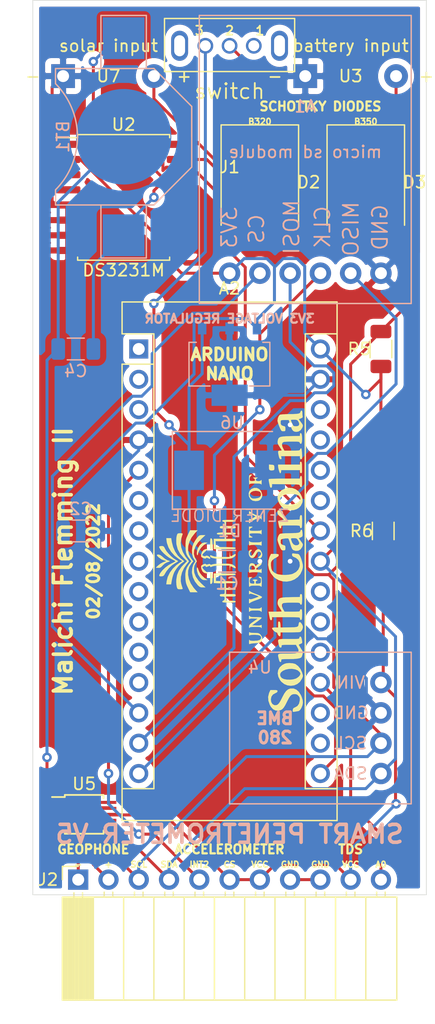
<source format=kicad_pcb>
(kicad_pcb (version 20171130) (host pcbnew "(5.1.10)-1")
  (layers (0 F.Cu signal) (31 B.Cu signal) (34 B.Paste user) (35 F.Paste user) (36 B.SilkS user) (37 F.SilkS user) (38 B.Mask user) (39 F.Mask user) (44 Edge.Cuts user))
  (net 0 "")
  (net 1 "Net-(A1-Pad4)")
  (net 2 "Net-(A1-Pad5)")
  (net 3 "Net-(A1-Pad1)")
  (net 4 "Net-(A1-Pad3)")
  (net 5 GND)
  (net 6 "Net-(A1-Pad2)")
  (net 7 "Net-(A2-Pad28)")
  (net 8 "Net-(A2-Pad12)")
  (net 9 "Net-(A2-Pad27)")
  (net 10 "Net-(A2-Pad11)")
  (net 11 "Net-(A2-Pad26)")
  (net 12 "Net-(A2-Pad10)")
  (net 13 "Net-(A2-Pad25)")
  (net 14 "Net-(A2-Pad9)")
  (net 15 "Net-(A2-Pad24)")
  (net 16 "Net-(A2-Pad8)")
  (net 17 "Net-(A2-Pad23)")
  (net 18 "Net-(A2-Pad7)")
  (net 19 "Net-(A2-Pad22)")
  (net 20 "Net-(A2-Pad6)")
  (net 21 "Net-(A2-Pad21)")
  (net 22 "Net-(A2-Pad5)")
  (net 23 "Net-(A2-Pad20)")
  (net 24 "Net-(A2-Pad19)")
  (net 25 "Net-(A2-Pad3)")
  (net 26 "Net-(A2-Pad18)")
  (net 27 "Net-(A2-Pad2)")
  (net 28 "Net-(A2-Pad17)")
  (net 29 "Net-(A2-Pad1)")
  (net 30 GNDREF)
  (net 31 "Net-(C1-Pad1)")
  (net 32 "Net-(BT1-Pad1)")
  (net 33 GNDS)
  (net 34 VCC)
  (net 35 "Net-(D2-Pad1)")
  (net 36 "Net-(J2-Pad2)")
  (net 37 "Net-(J2-Pad1)")
  (net 38 "Net-(U2-Pad4)")
  (net 39 "Net-(U2-Pad3)")
  (net 40 "Net-(U2-Pad1)")
  (net 41 "Net-(U5-Pad7)")
  (net 42 "Net-(U5-Pad6)")
  (net 43 "Net-(U5-Pad2)")
  (net 44 "Net-(U5-Pad1)")
  (net 45 "Net-(J1-Pad1)")
  (module Connector_PinSocket_2.54mm:PinSocket_1x11_P2.54mm_Horizontal (layer F.Cu) (at 113.03 148.59 90)
    (fp_text reference J2 (at 0 -2.54 180) (layer F.SilkS))
    (fp_text value Conn_01x11_Female)
    (pad 11 thru_hole oval (at 0 25.4 90) (size 1.7 1.7) (drill 1) (layers *.Cu *.Mask) (net 24 "Net-(A2-Pad19)"))
    (pad 10 thru_hole oval (at 0 22.86 90) (size 1.7 1.7) (drill 1) (layers *.Cu *.Mask) (net 3 "Net-(A1-Pad1)"))
    (pad 9 thru_hole oval (at 0 20.32 90) (size 1.7 1.7) (drill 1) (layers *.Cu *.Mask) (net 30 GNDREF))
    (pad 8 thru_hole oval (at 0 17.78 90) (size 1.7 1.7) (drill 1) (layers *.Cu *.Mask) (net 30 GNDREF))
    (pad 7 thru_hole oval (at 0 15.24 90) (size 1.7 1.7) (drill 1) (layers *.Cu *.Mask) (net 3 "Net-(A1-Pad1)"))
    (pad 6 thru_hole oval (at 0 12.7 90) (size 1.7 1.7) (drill 1) (layers *.Cu *.Mask) (net 3 "Net-(A1-Pad1)"))
    (pad 5 thru_hole oval (at 0 10.16 90) (size 1.7 1.7) (drill 1) (layers *.Cu *.Mask) (net 22 "Net-(A2-Pad5)"))
    (pad 4 thru_hole oval (at 0 7.62 90) (size 1.7 1.7) (drill 1) (layers *.Cu *.Mask) (net 17 "Net-(A2-Pad23)"))
    (pad 3 thru_hole oval (at 0 5.08 90) (size 1.7 1.7) (drill 1) (layers *.Cu *.Mask) (net 15 "Net-(A2-Pad24)"))
    (pad 2 thru_hole oval (at 0 2.54 90) (size 1.7 1.7) (drill 1) (layers *.Cu *.Mask) (net 36 "Net-(J2-Pad2)"))
    (pad 1 thru_hole rect (at 0 0 90) (size 1.7 1.7) (drill 1) (layers *.Cu *.Mask) (net 37 "Net-(J2-Pad1)"))
  )
  (module kitest:Battery_Input (layer F.Cu) (at 115.57 80.01)
    (fp_text reference U7 (at 0 1.27) (layer F.SilkS))
    (fp_text value Solar_Input)
    (fp_text user "solar input" (at 0 -1.27) (layer F.SilkS))
    (fp_text user - (at -6.35 1.27) (layer F.SilkS))
    (fp_text user + (at 6.35 1.27) (layer F.SilkS))
    (pad 2 thru_hole rect (at -3.81 1.27) (size 2 2) (drill 1) (layers *.Cu *.Mask) (net 5 GND))
    (pad 1 thru_hole circle (at 3.81 1.27) (size 2 2) (drill 1) (layers *.Cu *.Mask) (net 34 VCC))
  )
  (module kitest:TDS_module (layer B.Cu) (at 133.35 135.89)
    (fp_text reference U4 (at -5.08 -5.08) (layer B.SilkS) (effects (justify mirror)))
    (fp_text value 4023)
    (fp_text user VIN (at 2.54 -3.81) (layer B.SilkS) (effects (justify mirror)))
    (fp_text user GND (at 2.54 -1.27) (layer B.SilkS) (effects (justify mirror)))
    (fp_text user SCL (at 2.54 1.27) (layer B.SilkS) (effects (justify mirror)))
    (fp_text user SDA (at 2.54 3.81) (layer B.SilkS) (effects (justify mirror)))
    (pad 13 thru_hole circle (at 5.08 -3.81) (size 1.8 1.8) (drill 1) (layers *.Cu *.Mask) (net 3 "Net-(A1-Pad1)"))
    (pad 10 thru_hole circle (at 5.08 -1.27) (size 1.8 1.8) (drill 1) (layers *.Cu *.Mask) (net 5 GND))
    (pad 11 thru_hole circle (at 5.08 1.27) (size 1.8 1.8) (drill 1) (layers *.Cu *.Mask) (net 15 "Net-(A2-Pad24)"))
    (pad 12 thru_hole circle (at 5.08 3.81) (size 1.8 1.8) (drill 1) (layers *.Cu *.Mask) (net 17 "Net-(A2-Pad23)"))
  )
  (module kitest:Battery_Input (layer F.Cu) (at 135.89 80.01)
    (fp_text reference U3 (at 0 1.27) (layer F.SilkS))
    (fp_text value Battery_Input)
    (fp_text user "battery input" (at 0 -1.27) (layer F.SilkS))
    (fp_text user - (at -6.35 1.27) (layer F.SilkS))
    (fp_text user + (at 6.35 1.27) (layer F.SilkS))
    (pad 2 thru_hole rect (at -3.81 1.27) (size 2 2) (drill 1) (layers *.Cu *.Mask) (net 5 GND))
    (pad 1 thru_hole circle (at 3.81 1.27) (size 2 2) (drill 1) (layers *.Cu *.Mask) (net 34 VCC))
  )
  (module kitest:uofsc_logo_1in (layer F.Cu) (at 125.73 121.92 90)
    (fp_text reference U1 hide)
    (fp_text value 4001 hide)
  )
  (module kitest:grounded_switch (layer F.Cu) (at 125.73 83.82 180)
    (fp_text reference J1 (at 0 -5.08) (layer F.SilkS))
    (fp_text value XLR3_Switched)
    (fp_text user switch (at 0 1.27) (layer F.SilkS) (effects (font (size 1.27 1.27))))
    (fp_text user 3 (at 2.54 6.35) (layer F.SilkS) (effects (font (size 0.75 0.75))))
    (fp_text user 2 (at 0 6.35) (layer F.SilkS) (effects (font (size 0.75 0.75))))
    (fp_text user 1 (at -2.54 6.35) (layer F.SilkS) (effects (font (size 0.75 0.75))))
    (pad 5 thru_hole oval (at 4.191 5.08 270) (size 2.524 1.424) (drill oval 1.76 0.914) (layers *.Cu *.Mask))
    (pad 4 thru_hole oval (at -4.191 5.08 270) (size 2.524 1.424) (drill oval 1.76 0.914) (layers *.Cu *.Mask))
    (pad 3 thru_hole circle (at 2.032 5.08 180) (size 1.324 1.324) (drill 0.914) (layers *.Cu *.Mask) (net 31 "Net-(C1-Pad1)"))
    (pad 2 thru_hole circle (at 0 5.08 180) (size 1.324 1.324) (drill 0.914) (layers *.Cu *.Mask) (net 35 "Net-(D2-Pad1)"))
    (pad 1 thru_hole circle (at -2.032 5.08 180) (size 1.324 1.324) (drill 0.914) (layers *.Cu *.Mask) (net 45 "Net-(J1-Pad1)"))
  )
  (module kitest:battery_holder_10mm (layer B.Cu) (at 116.84 86.36 270)
    (fp_text reference BT1 (at 0 5.08 270) (layer B.SilkS) (effects (justify mirror)))
    (fp_text value Battery_Cell)
    (pad 2 smd circle (at 0 0) (size 8 8) (layers B.Cu B.Mask) (net 33 GNDS))
    (pad 1 smd rect (at -8.255 0) (size 3.5 3.5) (layers B.Cu B.Mask) (net 32 "Net-(BT1-Pad1)"))
    (pad 1 smd rect (at 8.255 0) (size 3.5 3.5) (layers B.Cu B.Mask) (net 32 "Net-(BT1-Pad1)"))
  )
  (module "kitest:SD Module" (layer B.Cu) (at 142.24 86.36 270)
    (fp_text reference A1 (at -2.54 10.16) (layer B.SilkS) (effects (justify mirror)))
    (fp_text value SD_Card_Module)
    (fp_text user "micro sd module" (at 1.27 10.16) (layer B.SilkS) (effects (justify mirror)))
    (fp_text user 3V3 (at 7.5946 16.5354 270) (layer B.SilkS) (effects (font (size 1.27 1.27)) (justify mirror)))
    (fp_text user CS (at 7.7216 14.2494 270) (layer B.SilkS) (effects (font (size 1.27 1.27)) (justify mirror)))
    (fp_text user MOSI (at 7.5692 11.303 270) (layer B.SilkS) (effects (font (size 1.27 1.27)) (justify mirror)))
    (fp_text user CLK (at 7.5692 8.7122 270) (layer B.SilkS) (effects (font (size 1.27 1.27)) (justify mirror)))
    (fp_text user MISO (at 7.7216 6.3246 270) (layer B.SilkS) (effects (font (size 1.27 1.27)) (justify mirror)))
    (fp_text user GND (at 7.5946 3.8862 270) (layer B.SilkS) (effects (font (size 1.27 1.27)) (justify mirror)))
    (pad 6 thru_hole circle (at 11.43 3.81 270) (size 1.8 1.8) (drill 1) (layers *.Cu *.Mask) (net 5 GND))
    (pad 5 thru_hole circle (at 11.43 6.35 270) (size 1.8 1.8) (drill 1) (layers *.Cu *.Mask) (net 2 "Net-(A1-Pad5)"))
    (pad 4 thru_hole circle (at 11.43 8.89 270) (size 1.8 1.8) (drill 1) (layers *.Cu *.Mask) (net 1 "Net-(A1-Pad4)"))
    (pad 3 thru_hole circle (at 11.43 11.43 270) (size 1.8 1.8) (drill 1) (layers *.Cu *.Mask) (net 4 "Net-(A1-Pad3)"))
    (pad 2 thru_hole circle (at 11.43 13.97 270) (size 1.8 1.8) (drill 1) (layers *.Cu *.Mask) (net 6 "Net-(A1-Pad2)"))
    (pad 1 thru_hole circle (at 11.43 16.51 270) (size 1.8 1.8) (drill 1) (layers *.Cu *.Mask) (net 3 "Net-(A1-Pad1)"))
  )
  (module "smart penetrometer footprints:BD433M2FP3_CE2" (layer B.Cu) (at 125.73 105.41)
    (fp_text reference U6 (at 0.2032 4.9022) (layer B.SilkS) (effects (justify mirror)))
    (fp_text value 3v3_Voltage_Regulator)
    (pad 4 smd rect (at 0 2.605) (size 3.025 1.78) (layers B.Cu B.Paste B.Mask) (net 5 GND))
    (pad 3 smd rect (at 2.3 -2.995) (size 0.71 1) (layers B.Cu B.Paste B.Mask) (net 3 "Net-(A1-Pad1)"))
    (pad 2 smd rect (at 0 -2.995) (size 0.71 1) (layers B.Cu B.Paste B.Mask) (net 5 GND))
    (pad 1 smd rect (at -2.3 -2.995) (size 0.71 1) (layers B.Cu B.Paste B.Mask) (net 31 "Net-(C1-Pad1)"))
  )
  (module Package_SO:TSSOP-10_3x3mm_P0.5mm (layer F.Cu) (at 113.53 143.12)
    (fp_text reference U5 (at 0 -2.55) (layer F.SilkS))
    (fp_text value ADS1115IDGS)
    (pad 10 smd rect (at 2.15 -1) (size 1.1 0.25) (layers F.Cu F.Paste F.Mask) (net 15 "Net-(A2-Pad24)"))
    (pad 9 smd rect (at 2.15 -0.5) (size 1.1 0.25) (layers F.Cu F.Paste F.Mask) (net 17 "Net-(A2-Pad23)"))
    (pad 8 smd rect (at 2.15 0) (size 1.1 0.25) (layers F.Cu F.Paste F.Mask) (net 3 "Net-(A1-Pad1)"))
    (pad 7 smd rect (at 2.15 0.5) (size 1.1 0.25) (layers F.Cu F.Paste F.Mask) (net 41 "Net-(U5-Pad7)"))
    (pad 6 smd rect (at 2.15 1) (size 1.1 0.25) (layers F.Cu F.Paste F.Mask) (net 42 "Net-(U5-Pad6)"))
    (pad 5 smd rect (at -2.15 1) (size 1.1 0.25) (layers F.Cu F.Paste F.Mask) (net 37 "Net-(J2-Pad1)"))
    (pad 4 smd rect (at -2.15 0.5) (size 1.1 0.25) (layers F.Cu F.Paste F.Mask) (net 36 "Net-(J2-Pad2)"))
    (pad 3 smd rect (at -2.15 0) (size 1.1 0.25) (layers F.Cu F.Paste F.Mask) (net 33 GNDS))
    (pad 2 smd rect (at -2.15 -0.5) (size 1.1 0.25) (layers F.Cu F.Paste F.Mask) (net 43 "Net-(U5-Pad2)"))
    (pad 1 smd rect (at -2.15 -1) (size 1.1 0.25) (layers F.Cu F.Paste F.Mask) (net 44 "Net-(U5-Pad1)"))
  )
  (module Package_SO:SOIC-16W_7.5x10.3mm_P1.27mm (layer F.Cu) (at 116.84 91.44)
    (fp_text reference U2 (at 0 -6.1) (layer F.SilkS))
    (fp_text value DS3231M (at 0 6.1) (layer F.SilkS))
    (pad 16 smd roundrect (at 4.65 -4.445) (size 2.05 0.6) (layers F.Cu F.Paste F.Mask) (net 15 "Net-(A2-Pad24)"))
    (pad 15 smd roundrect (at 4.65 -3.175) (size 2.05 0.6) (layers F.Cu F.Paste F.Mask) (net 17 "Net-(A2-Pad23)"))
    (pad 14 smd roundrect (at 4.65 -1.905) (size 2.05 0.6) (layers F.Cu F.Paste F.Mask) (net 32 "Net-(BT1-Pad1)"))
    (pad 13 smd roundrect (at 4.65 -0.635) (size 2.05 0.6) (layers F.Cu F.Paste F.Mask) (net 5 GND))
    (pad 12 smd roundrect (at 4.65 0.635) (size 2.05 0.6) (layers F.Cu F.Paste F.Mask) (net 5 GND))
    (pad 11 smd roundrect (at 4.65 1.905) (size 2.05 0.6) (layers F.Cu F.Paste F.Mask) (net 5 GND))
    (pad 10 smd roundrect (at 4.65 3.175) (size 2.05 0.6) (layers F.Cu F.Paste F.Mask) (net 5 GND))
    (pad 9 smd roundrect (at 4.65 4.445) (size 2.05 0.6) (layers F.Cu F.Paste F.Mask) (net 5 GND))
    (pad 8 smd roundrect (at -4.65 4.445) (size 2.05 0.6) (layers F.Cu F.Paste F.Mask) (net 5 GND))
    (pad 7 smd roundrect (at -4.65 3.175) (size 2.05 0.6) (layers F.Cu F.Paste F.Mask) (net 5 GND))
    (pad 6 smd roundrect (at -4.65 1.905) (size 2.05 0.6) (layers F.Cu F.Paste F.Mask) (net 5 GND))
    (pad 5 smd roundrect (at -4.65 0.635) (size 2.05 0.6) (layers F.Cu F.Paste F.Mask) (net 5 GND))
    (pad 4 smd roundrect (at -4.65 -0.635) (size 2.05 0.6) (layers F.Cu F.Paste F.Mask) (net 38 "Net-(U2-Pad4)"))
    (pad 3 smd roundrect (at -4.65 -1.905) (size 2.05 0.6) (layers F.Cu F.Paste F.Mask) (net 39 "Net-(U2-Pad3)"))
    (pad 2 smd roundrect (at -4.65 -3.175) (size 2.05 0.6) (layers F.Cu F.Paste F.Mask) (net 3 "Net-(A1-Pad1)"))
    (pad 1 smd roundrect (at -4.65 -4.445) (size 2.05 0.6) (layers F.Cu F.Paste F.Mask) (net 40 "Net-(U2-Pad1)"))
  )
  (module Resistor_SMD:R_1206_3216Metric (layer F.Cu) (at 138.6225 119.38 90)
    (fp_text reference R6 (at 0 -1.82 180) (layer F.SilkS))
    (fp_text value R_Small_US)
    (pad 2 smd roundrect (at 1.4625 0 90) (size 1.125 1.75) (layers F.Cu F.Paste F.Mask) (roundrect_rratio 0.222222) (net 15 "Net-(A2-Pad24)"))
    (pad 1 smd roundrect (at -1.4625 0 90) (size 1.125 1.75) (layers F.Cu F.Paste F.Mask) (roundrect_rratio 0.222222) (net 3 "Net-(A1-Pad1)"))
  )
  (module Resistor_SMD:R_1206_3216Metric (layer F.Cu) (at 138.43 104.14 90)
    (fp_text reference R5 (at 0 -1.82 180) (layer F.SilkS))
    (fp_text value R_Small_US)
    (pad 2 smd roundrect (at 1.4625 0 90) (size 1.125 1.75) (layers F.Cu F.Paste F.Mask) (roundrect_rratio 0.222222) (net 17 "Net-(A2-Pad23)"))
    (pad 1 smd roundrect (at -1.4625 0 90) (size 1.125 1.75) (layers F.Cu F.Paste F.Mask) (roundrect_rratio 0.222222) (net 3 "Net-(A1-Pad1)"))
  )
  (module Diode_SMD:D_SMC (layer F.Cu) (at 137.16 90.17 270)
    (fp_text reference D3 (at 0 -4.1 180) (layer F.SilkS))
    (fp_text value B350 (at -5.08 0 180) (layer F.SilkS) (effects (font (size 0.5 0.5) (thickness 0.125))))
    (pad 2 smd rect (at 3.4 0) (size 3.3 2.5) (layers F.Cu F.Paste F.Mask) (net 34 VCC))
    (pad 1 smd rect (at -3.4 0) (size 3.3 2.5) (layers F.Cu F.Paste F.Mask) (net 35 "Net-(D2-Pad1)"))
  )
  (module Diode_SMD:D_SMC (layer F.Cu) (at 128.27 90.17 270)
    (fp_text reference D2 (at 0 -4.1 180) (layer F.SilkS))
    (fp_text value B320 (at -5.08 0 180) (layer F.SilkS) (effects (font (size 0.5 0.5) (thickness 0.125))))
    (pad 2 smd rect (at 3.4 0) (size 3.3 2.5) (layers F.Cu F.Paste F.Mask) (net 34 VCC))
    (pad 1 smd rect (at -3.4 0) (size 3.3 2.5) (layers F.Cu F.Paste F.Mask) (net 35 "Net-(D2-Pad1)"))
  )
  (module Diode_SMD:D_SMC (layer B.Cu) (at 125.73 114.3)
    (fp_text reference D1 (at 0 5.08) (layer B.SilkS) (effects (justify mirror)))
    (fp_text value D_Zener_Small)
    (pad 2 smd rect (at 3.4 0 270) (size 3.3 2.5) (layers B.Cu B.Paste B.Mask) (net 5 GND))
    (pad 1 smd rect (at -3.4 0 270) (size 3.3 2.5) (layers B.Cu B.Paste B.Mask) (net 31 "Net-(C1-Pad1)"))
  )
  (module Capacitor_SMD:C_1206_3216Metric (layer B.Cu) (at 112.825 104.14)
    (fp_text reference C4 (at 0 1.85) (layer B.SilkS) (effects (justify mirror)))
    (fp_text value C_Small)
    (pad 2 smd roundrect (at 1.475 0) (size 1.15 1.8) (layers B.Cu B.Paste B.Mask) (roundrect_rratio 0.217391) (net 32 "Net-(BT1-Pad1)"))
    (pad 1 smd roundrect (at -1.475 0) (size 1.15 1.8) (layers B.Cu B.Paste B.Mask) (roundrect_rratio 0.217391) (net 33 GNDS))
  )
  (module Capacitor_SMD:C_1206_3216Metric (layer B.Cu) (at 113.235 119.38 180)
    (fp_text reference C2 (at 0 1.85) (layer B.SilkS) (effects (justify mirror)))
    (fp_text value C_10uF)
    (pad 2 smd roundrect (at 1.475 0 180) (size 1.15 1.8) (layers B.Cu B.Paste B.Mask) (roundrect_rratio 0.217391) (net 3 "Net-(A1-Pad1)"))
    (pad 1 smd roundrect (at -1.475 0 180) (size 1.15 1.8) (layers B.Cu B.Paste B.Mask) (roundrect_rratio 0.217391) (net 5 GND))
  )
  (module Capacitor_SMD:C_1206_3216Metric (layer B.Cu) (at 125.525 121.92)
    (fp_text reference C1 (at 0 1.85) (layer B.SilkS) (effects (justify mirror)))
    (fp_text value C_0.1uF)
    (pad 2 smd roundrect (at 1.475 0) (size 1.15 1.8) (layers B.Cu B.Paste B.Mask) (roundrect_rratio 0.217391) (net 5 GND))
    (pad 1 smd roundrect (at -1.475 0) (size 1.15 1.8) (layers B.Cu B.Paste B.Mask) (roundrect_rratio 0.217391) (net 31 "Net-(C1-Pad1)"))
  )
  (module Module:Arduino_Nano (layer F.Cu) (at 118.11 104.14)
    (fp_text reference A2 (at 7.62 -5.08) (layer F.SilkS))
    (fp_text value Arduino_Nano_v3.x)
    (pad 16 thru_hole oval (at 15.24 35.56) (size 1.6 1.6) (drill 1) (layers *.Cu *.Mask) (net 1 "Net-(A1-Pad4)"))
    (pad 15 thru_hole oval (at 0 35.56) (size 1.6 1.6) (drill 1) (layers *.Cu *.Mask) (net 2 "Net-(A1-Pad5)"))
    (pad 30 thru_hole oval (at 15.24 0) (size 1.6 1.6) (drill 1) (layers *.Cu *.Mask) (net 3 "Net-(A1-Pad1)"))
    (pad 14 thru_hole oval (at 0 33.02) (size 1.6 1.6) (drill 1) (layers *.Cu *.Mask) (net 4 "Net-(A1-Pad3)"))
    (pad 29 thru_hole oval (at 15.24 2.54) (size 1.6 1.6) (drill 1) (layers *.Cu *.Mask) (net 5 GND))
    (pad 13 thru_hole oval (at 0 30.48) (size 1.6 1.6) (drill 1) (layers *.Cu *.Mask) (net 6 "Net-(A1-Pad2)"))
    (pad 28 thru_hole oval (at 15.24 5.08) (size 1.6 1.6) (drill 1) (layers *.Cu *.Mask) (net 7 "Net-(A2-Pad28)"))
    (pad 12 thru_hole oval (at 0 27.94) (size 1.6 1.6) (drill 1) (layers *.Cu *.Mask) (net 8 "Net-(A2-Pad12)"))
    (pad 27 thru_hole oval (at 15.24 7.62) (size 1.6 1.6) (drill 1) (layers *.Cu *.Mask) (net 9 "Net-(A2-Pad27)"))
    (pad 11 thru_hole oval (at 0 25.4) (size 1.6 1.6) (drill 1) (layers *.Cu *.Mask) (net 10 "Net-(A2-Pad11)"))
    (pad 26 thru_hole oval (at 15.24 10.16) (size 1.6 1.6) (drill 1) (layers *.Cu *.Mask) (net 11 "Net-(A2-Pad26)"))
    (pad 10 thru_hole oval (at 0 22.86) (size 1.6 1.6) (drill 1) (layers *.Cu *.Mask) (net 12 "Net-(A2-Pad10)"))
    (pad 25 thru_hole oval (at 15.24 12.7) (size 1.6 1.6) (drill 1) (layers *.Cu *.Mask) (net 13 "Net-(A2-Pad25)"))
    (pad 9 thru_hole oval (at 0 20.32) (size 1.6 1.6) (drill 1) (layers *.Cu *.Mask) (net 14 "Net-(A2-Pad9)"))
    (pad 24 thru_hole oval (at 15.24 15.24) (size 1.6 1.6) (drill 1) (layers *.Cu *.Mask) (net 15 "Net-(A2-Pad24)"))
    (pad 8 thru_hole oval (at 0 17.78) (size 1.6 1.6) (drill 1) (layers *.Cu *.Mask) (net 16 "Net-(A2-Pad8)"))
    (pad 23 thru_hole oval (at 15.24 17.78) (size 1.6 1.6) (drill 1) (layers *.Cu *.Mask) (net 17 "Net-(A2-Pad23)"))
    (pad 7 thru_hole oval (at 0 15.24) (size 1.6 1.6) (drill 1) (layers *.Cu *.Mask) (net 18 "Net-(A2-Pad7)"))
    (pad 22 thru_hole oval (at 15.24 20.32) (size 1.6 1.6) (drill 1) (layers *.Cu *.Mask) (net 19 "Net-(A2-Pad22)"))
    (pad 6 thru_hole oval (at 0 12.7) (size 1.6 1.6) (drill 1) (layers *.Cu *.Mask) (net 20 "Net-(A2-Pad6)"))
    (pad 21 thru_hole oval (at 15.24 22.86) (size 1.6 1.6) (drill 1) (layers *.Cu *.Mask) (net 21 "Net-(A2-Pad21)"))
    (pad 5 thru_hole oval (at 0 10.16) (size 1.6 1.6) (drill 1) (layers *.Cu *.Mask) (net 22 "Net-(A2-Pad5)"))
    (pad 20 thru_hole oval (at 15.24 25.4) (size 1.6 1.6) (drill 1) (layers *.Cu *.Mask) (net 23 "Net-(A2-Pad20)"))
    (pad 4 thru_hole oval (at 0 7.62) (size 1.6 1.6) (drill 1) (layers *.Cu *.Mask) (net 5 GND))
    (pad 19 thru_hole oval (at 15.24 27.94) (size 1.6 1.6) (drill 1) (layers *.Cu *.Mask) (net 24 "Net-(A2-Pad19)"))
    (pad 3 thru_hole oval (at 0 5.08) (size 1.6 1.6) (drill 1) (layers *.Cu *.Mask) (net 25 "Net-(A2-Pad3)"))
    (pad 18 thru_hole oval (at 15.24 30.48) (size 1.6 1.6) (drill 1) (layers *.Cu *.Mask) (net 26 "Net-(A2-Pad18)"))
    (pad 2 thru_hole oval (at 0 2.54) (size 1.6 1.6) (drill 1) (layers *.Cu *.Mask) (net 27 "Net-(A2-Pad2)"))
    (pad 17 thru_hole oval (at 15.24 33.02) (size 1.6 1.6) (drill 1) (layers *.Cu *.Mask) (net 28 "Net-(A2-Pad17)"))
    (pad 1 thru_hole rect (at 0 0) (size 1.6 1.6) (drill 1) (layers *.Cu *.Mask) (net 29 "Net-(A2-Pad1)"))
  )
  (gr_text "BME\n280" (at 129.54 135.89) (layer B.SilkS) (effects (font (size 1 1) (thickness 0.25)) (justify mirror)))
  (gr_text "ZENER DIODE" (at 125.73 118.11) (layer B.SilkS) (effects (font (size 1 1) (thickness 0.125)) (justify mirror)))
  (gr_text "3V3 VOLTAGE REGULATOR" (at 125.73 101.6) (layer B.SilkS) (effects (font (size 0.75 0.75) (thickness 0.1875)) (justify mirror)))
  (gr_text "SMART PENETROMETER V5" (at 125.73 144.78) (layer B.SilkS) (effects (font (size 1.5 1.5) (thickness 0.3)) (justify mirror)))
  (gr_text "ARDUINO\nNANO" (at 125.73 105.41) (layer F.SilkS) (effects (font (size 1 1) (thickness 0.25))))
  (gr_text "SCHOTTKY DIODES" (at 133.35 83.82) (layer F.SilkS) (effects (font (size 0.75 0.75) (thickness 0.1875))))
  (gr_text A0 (at 138.43 147.32) (layer F.SilkS) (effects (font (size 0.5 0.5) (thickness 0.125))))
  (gr_text VCC (at 135.89 147.32) (layer F.SilkS) (effects (font (size 0.5 0.5) (thickness 0.125))))
  (gr_text GND (at 133.35 147.32) (layer F.SilkS) (effects (font (size 0.5 0.5) (thickness 0.125))))
  (gr_text GND (at 130.81 147.32) (layer F.SilkS) (effects (font (size 0.5 0.5) (thickness 0.125))))
  (gr_text VCC (at 128.27 147.32) (layer F.SilkS) (effects (font (size 0.5 0.5) (thickness 0.125))))
  (gr_text CS (at 125.73 147.32) (layer F.SilkS) (effects (font (size 0.5 0.5) (thickness 0.125))))
  (gr_text INT2 (at 123.19 147.32) (layer F.SilkS) (effects (font (size 0.5 0.5) (thickness 0.125))))
  (gr_text SDA (at 120.65 147.32) (layer F.SilkS) (effects (font (size 0.5 0.5) (thickness 0.125))))
  (gr_text SCL (at 118.11 147.32) (layer F.SilkS) (effects (font (size 0.5 0.5) (thickness 0.125))))
  (gr_text TDS (at 135.89 146.05) (layer F.SilkS) (effects (font (size 0.75 0.75) (thickness 0.1875))))
  (gr_text ACCELEROMETER (at 125.73 146.05) (layer F.SilkS) (effects (font (size 0.75 0.75) (thickness 0.1875))))
  (gr_text + (at 115.57 147.32) (layer F.SilkS) (effects (font (size 0.5 0.5) (thickness 0.125))))
  (gr_text - (at 113.03 147.32) (layer F.SilkS) (effects (font (size 0.5 0.5) (thickness 0.125))))
  (gr_text GEOPHONE (at 114.3 146.05) (layer F.SilkS) (effects (font (size 0.75 0.75) (thickness 0.1875))))
  (gr_text 02/08/2022 (at 114.3 121.92 90) (layer F.SilkS) (effects (font (size 1 1) (thickness 0.25))))
  (gr_text "Malichi Flemming II" (at 111.76 121.92 90) (layer F.SilkS) (effects (font (size 1.5 1.5) (thickness 0.3))))
  (gr_line (start 142.24 74.93) (end 142.24 149.86) (layer Edge.Cuts) (width 0.05))
  (gr_line (start 109.22 149.86) (end 109.22 74.93) (layer Edge.Cuts) (width 0.05))
  (gr_line (start 142.24 149.86) (end 109.22 149.86) (layer Edge.Cuts) (width 0.05))
  (gr_line (start 142.24 74.93) (end 109.22 74.93) (layer Edge.Cuts) (width 0.05))
  (segment (start 132.809999 133.205001) (end 124.46 124.855002) (width 0.25) (layer F.Cu) (net 1))
  (segment (start 133.600003 133.205001) (end 132.809999 133.205001) (width 0.25) (layer F.Cu) (net 1))
  (segment (start 134.62 134.224998) (end 133.600003 133.205001) (width 0.25) (layer F.Cu) (net 1))
  (segment (start 134.62 138.43) (end 134.62 134.224998) (width 0.25) (layer F.Cu) (net 1))
  (segment (start 133.35 139.7) (end 134.62 138.43) (width 0.25) (layer F.Cu) (net 1))
  (segment (start 124.46 124.855002) (end 124.46 116.84) (width 0.25) (layer F.Cu) (net 1))
  (segment (start 124.46 116.84) (end 124.46 116.84) (width 0.25) (layer F.Cu) (net 1))
  (via (at 124.46 116.84) (size 0.8) (drill 0.4) (layers F.Cu B.Cu) (net 1))
  (segment (start 124.46 116.84) (end 124.46 113.03) (width 0.25) (layer B.Cu) (net 1))
  (segment (start 124.46 113.03) (end 127 110.49) (width 0.25) (layer B.Cu) (net 1))
  (segment (start 127 110.49) (end 128.27 109.22) (width 0.25) (layer B.Cu) (net 1))
  (segment (start 128.27 109.22) (end 128.27 109.22) (width 0.25) (layer B.Cu) (net 1))
  (via (at 128.27 109.22) (size 0.8) (drill 0.4) (layers F.Cu B.Cu) (net 1))
  (segment (start 128.27 102.87) (end 133.35 97.79) (width 0.25) (layer F.Cu) (net 1))
  (segment (start 128.27 109.22) (end 128.27 102.87) (width 0.25) (layer F.Cu) (net 1))
  (segment (start 139.7 101.6) (end 135.89 97.79) (width 0.25) (layer B.Cu) (net 2))
  (segment (start 139.7 107.075002) (end 139.7 101.6) (width 0.25) (layer B.Cu) (net 2))
  (segment (start 133.890001 112.885001) (end 139.7 107.075002) (width 0.25) (layer B.Cu) (net 2))
  (segment (start 133.099997 112.885001) (end 133.890001 112.885001) (width 0.25) (layer B.Cu) (net 2))
  (segment (start 132.224999 113.759999) (end 133.099997 112.885001) (width 0.25) (layer B.Cu) (net 2))
  (segment (start 132.224999 115.425001) (end 132.224999 113.759999) (width 0.25) (layer B.Cu) (net 2))
  (segment (start 129.54 118.11) (end 132.224999 115.425001) (width 0.25) (layer B.Cu) (net 2))
  (segment (start 129.54 128.27) (end 129.54 118.11) (width 0.25) (layer B.Cu) (net 2))
  (segment (start 118.11 139.7) (end 129.54 128.27) (width 0.25) (layer B.Cu) (net 2))
  (segment (start 138.43 105.6025) (end 138.43 114.3) (width 0.25) (layer F.Cu) (net 3))
  (segment (start 138.43 114.3) (end 140.97 116.84) (width 0.25) (layer F.Cu) (net 3))
  (segment (start 140.97 118.495) (end 138.6225 120.8425) (width 0.25) (layer F.Cu) (net 3))
  (segment (start 140.97 116.84) (end 140.97 118.495) (width 0.25) (layer F.Cu) (net 3))
  (segment (start 138.6225 131.8875) (end 138.43 132.08) (width 0.25) (layer F.Cu) (net 3))
  (segment (start 138.6225 120.8425) (end 138.6225 131.8875) (width 0.25) (layer F.Cu) (net 3))
  (segment (start 115.630001 143.169999) (end 115.68 143.12) (width 0.25) (layer F.Cu) (net 3))
  (segment (start 120.13999 96.231758) (end 121.698232 97.79) (width 0.25) (layer F.Cu) (net 3))
  (segment (start 120.13999 95.18999) (end 120.13999 96.231758) (width 0.25) (layer F.Cu) (net 3))
  (segment (start 121.698232 97.79) (end 125.73 97.79) (width 0.25) (layer F.Cu) (net 3))
  (segment (start 113.215 88.265) (end 120.13999 95.18999) (width 0.25) (layer F.Cu) (net 3))
  (segment (start 112.19 88.265) (end 113.215 88.265) (width 0.25) (layer F.Cu) (net 3))
  (segment (start 122.814999 101.589999) (end 127.204999 101.589999) (width 0.25) (layer B.Cu) (net 3))
  (segment (start 127.204999 101.589999) (end 128.03 102.415) (width 0.25) (layer B.Cu) (net 3))
  (segment (start 122.749999 101.654999) (end 122.814999 101.589999) (width 0.25) (layer B.Cu) (net 3))
  (segment (start 122.749999 106.245003) (end 122.749999 101.654999) (width 0.25) (layer B.Cu) (net 3))
  (segment (start 118.650001 110.345001) (end 122.749999 106.245003) (width 0.25) (layer B.Cu) (net 3))
  (segment (start 117.859997 110.345001) (end 118.650001 110.345001) (width 0.25) (layer B.Cu) (net 3))
  (segment (start 111.76 116.444998) (end 117.859997 110.345001) (width 0.25) (layer B.Cu) (net 3))
  (segment (start 111.76 119.38) (end 111.76 116.444998) (width 0.25) (layer B.Cu) (net 3))
  (segment (start 138.43 132.08) (end 139.655001 133.305001) (width 0.25) (layer F.Cu) (net 3))
  (segment (start 128.27 148.59) (end 125.73 148.59) (width 0.25) (layer F.Cu) (net 3))
  (segment (start 126.955001 96.564999) (end 125.73 97.79) (width 0.25) (layer B.Cu) (net 3))
  (segment (start 128.858001 96.564999) (end 126.955001 96.564999) (width 0.25) (layer B.Cu) (net 3))
  (segment (start 129.495001 97.201999) (end 128.858001 96.564999) (width 0.25) (layer B.Cu) (net 3))
  (segment (start 129.495001 100.199999) (end 129.495001 97.201999) (width 0.25) (layer B.Cu) (net 3))
  (segment (start 128.03 101.665) (end 129.495001 100.199999) (width 0.25) (layer B.Cu) (net 3))
  (segment (start 128.03 102.415) (end 128.03 101.665) (width 0.25) (layer B.Cu) (net 3))
  (segment (start 130.221999 96.564999) (end 129.54 97.246998) (width 0.25) (layer B.Cu) (net 3))
  (segment (start 131.398001 96.564999) (end 130.221999 96.564999) (width 0.25) (layer B.Cu) (net 3))
  (segment (start 132.035001 97.201999) (end 131.398001 96.564999) (width 0.25) (layer B.Cu) (net 3))
  (segment (start 132.035001 102.825001) (end 132.035001 97.201999) (width 0.25) (layer B.Cu) (net 3))
  (segment (start 133.35 104.14) (end 132.035001 102.825001) (width 0.25) (layer B.Cu) (net 3))
  (segment (start 138.43 105.6025) (end 138.43 106.68) (width 0.25) (layer F.Cu) (net 3))
  (segment (start 138.43 106.68) (end 137.16 107.95) (width 0.25) (layer F.Cu) (net 3))
  (segment (start 137.16 107.95) (end 137.16 107.95) (width 0.25) (layer F.Cu) (net 3))
  (via (at 137.16 107.95) (size 0.8) (drill 0.4) (layers F.Cu B.Cu) (net 3))
  (segment (start 137.16 107.95) (end 133.35 104.14) (width 0.25) (layer B.Cu) (net 3))
  (segment (start 120.309999 143.169999) (end 117.769999 143.169999) (width 0.25) (layer F.Cu) (net 3))
  (segment (start 125.73 148.59) (end 120.309999 143.169999) (width 0.25) (layer F.Cu) (net 3))
  (segment (start 117.769999 143.169999) (end 115.630001 143.169999) (width 0.25) (layer F.Cu) (net 3))
  (segment (start 128.27 148.59) (end 129.54 147.32) (width 0.25) (layer F.Cu) (net 3))
  (segment (start 134.62 147.32) (end 135.89 148.59) (width 0.25) (layer F.Cu) (net 3))
  (segment (start 129.54 147.32) (end 134.62 147.32) (width 0.25) (layer F.Cu) (net 3))
  (segment (start 135.89 148.59) (end 135.89 146.05) (width 0.25) (layer B.Cu) (net 3))
  (segment (start 135.89 146.05) (end 139.7 142.24) (width 0.25) (layer B.Cu) (net 3))
  (segment (start 139.7 142.24) (end 139.7 142.24) (width 0.25) (layer B.Cu) (net 3))
  (via (at 139.7 142.24) (size 0.8) (drill 0.4) (layers F.Cu B.Cu) (net 3))
  (segment (start 139.655001 142.195001) (end 139.7 142.24) (width 0.25) (layer F.Cu) (net 3))
  (segment (start 139.655001 139.655001) (end 139.655001 142.195001) (width 0.25) (layer F.Cu) (net 3))
  (segment (start 139.655001 133.305001) (end 139.655001 139.655001) (width 0.25) (layer F.Cu) (net 3))
  (segment (start 132.819991 105.554999) (end 130.81 103.545008) (width 0.25) (layer B.Cu) (net 4))
  (segment (start 134.475001 107.220001) (end 134.475001 106.139999) (width 0.25) (layer B.Cu) (net 4))
  (segment (start 133.890001 105.554999) (end 132.819991 105.554999) (width 0.25) (layer B.Cu) (net 4))
  (segment (start 133.890001 107.805001) (end 134.475001 107.220001) (width 0.25) (layer B.Cu) (net 4))
  (segment (start 132.201401 108.465009) (end 132.861409 107.805001) (width 0.25) (layer B.Cu) (net 4))
  (segment (start 134.475001 106.139999) (end 133.890001 105.554999) (width 0.25) (layer B.Cu) (net 4))
  (segment (start 132.861409 107.805001) (end 133.890001 107.805001) (width 0.25) (layer B.Cu) (net 4))
  (segment (start 130.81 108.46501) (end 132.201401 108.465009) (width 0.25) (layer B.Cu) (net 4))
  (segment (start 130.81 103.545008) (end 130.81 97.79) (width 0.25) (layer B.Cu) (net 4))
  (segment (start 126.09999 113.17502) (end 130.81 108.46501) (width 0.25) (layer B.Cu) (net 4))
  (segment (start 126.09999 129.17001) (end 126.09999 113.17502) (width 0.25) (layer B.Cu) (net 4))
  (segment (start 118.11 137.16) (end 126.09999 129.17001) (width 0.25) (layer B.Cu) (net 4))
  (segment (start 110.83999 91.74999) (end 110.83999 84.74001) (width 0.25) (layer F.Cu) (net 5))
  (segment (start 111.165 92.075) (end 110.83999 91.74999) (width 0.25) (layer F.Cu) (net 5))
  (segment (start 112.19 92.075) (end 111.165 92.075) (width 0.25) (layer F.Cu) (net 5))
  (segment (start 118.11 112.634998) (end 118.11 111.76) (width 0.25) (layer B.Cu) (net 5))
  (segment (start 114.71 116.034998) (end 118.11 112.634998) (width 0.25) (layer B.Cu) (net 5))
  (segment (start 114.71 119.38) (end 114.71 116.034998) (width 0.25) (layer B.Cu) (net 5))
  (segment (start 125.73 108.015) (end 125.73 102.415) (width 0.25) (layer B.Cu) (net 5))
  (segment (start 132.015 108.015) (end 133.35 106.68) (width 0.25) (layer B.Cu) (net 5))
  (segment (start 125.73 108.015) (end 132.015 108.015) (width 0.25) (layer B.Cu) (net 5))
  (segment (start 127 116.43) (end 129.13 114.3) (width 0.25) (layer B.Cu) (net 5))
  (segment (start 127 121.92) (end 127 116.43) (width 0.25) (layer B.Cu) (net 5))
  (segment (start 110.83999 82.20001) (end 111.76 81.28) (width 0.25) (layer F.Cu) (net 5))
  (segment (start 110.83999 84.74001) (end 110.83999 82.20001) (width 0.25) (layer F.Cu) (net 5))
  (segment (start 129.13 114.3) (end 129.13 112.17) (width 0.25) (layer B.Cu) (net 5))
  (segment (start 129.13 112.17) (end 130.81 110.49) (width 0.25) (layer B.Cu) (net 5))
  (segment (start 130.81 110.49) (end 130.81 110.49) (width 0.25) (layer B.Cu) (net 5))
  (via (at 130.81 110.49) (size 0.8) (drill 0.4) (layers F.Cu B.Cu) (net 5))
  (segment (start 130.81 109.22) (end 130.81 110.49) (width 0.25) (layer F.Cu) (net 5))
  (segment (start 133.35 106.68) (end 130.81 109.22) (width 0.25) (layer F.Cu) (net 5))
  (segment (start 127 121.92) (end 128.27 121.92) (width 0.25) (layer B.Cu) (net 5))
  (segment (start 128.27 121.92) (end 128.27 121.92) (width 0.25) (layer B.Cu) (net 5))
  (via (at 128.27 121.92) (size 0.8) (drill 0.4) (layers F.Cu B.Cu) (net 5))
  (segment (start 128.27 121.92) (end 130.81 121.92) (width 0.25) (layer F.Cu) (net 5))
  (segment (start 130.81 121.92) (end 130.81 121.92) (width 0.25) (layer F.Cu) (net 5))
  (via (at 130.81 121.92) (size 0.8) (drill 0.4) (layers F.Cu B.Cu) (net 5))
  (segment (start 137.204999 133.394999) (end 138.43 134.62) (width 0.25) (layer B.Cu) (net 5))
  (segment (start 137.204999 131.729997) (end 137.204999 133.394999) (width 0.25) (layer B.Cu) (net 5))
  (segment (start 133.890001 128.414999) (end 137.204999 131.729997) (width 0.25) (layer B.Cu) (net 5))
  (segment (start 133.099997 128.414999) (end 133.890001 128.414999) (width 0.25) (layer B.Cu) (net 5))
  (segment (start 130.81 126.125002) (end 133.099997 128.414999) (width 0.25) (layer B.Cu) (net 5))
  (segment (start 130.81 121.92) (end 130.81 126.125002) (width 0.25) (layer B.Cu) (net 5))
  (segment (start 110.85999 114.805008) (end 110.85999 127.36999) (width 0.25) (layer B.Cu) (net 6))
  (segment (start 117.569999 108.094999) (end 110.85999 114.805008) (width 0.25) (layer B.Cu) (net 6))
  (segment (start 119.235001 107.220001) (end 118.360003 108.094999) (width 0.25) (layer B.Cu) (net 6))
  (segment (start 110.85999 127.36999) (end 118.11 134.62) (width 0.25) (layer B.Cu) (net 6))
  (segment (start 119.235001 104.533587) (end 119.235001 107.220001) (width 0.25) (layer B.Cu) (net 6))
  (segment (start 118.360003 108.094999) (end 117.569999 108.094999) (width 0.25) (layer B.Cu) (net 6))
  (segment (start 122.628598 101.13999) (end 119.235001 104.533587) (width 0.25) (layer B.Cu) (net 6))
  (segment (start 124.92001 101.13999) (end 122.628598 101.13999) (width 0.25) (layer B.Cu) (net 6))
  (segment (start 128.27 97.79) (end 124.92001 101.13999) (width 0.25) (layer B.Cu) (net 6))
  (segment (start 132.224999 120.505001) (end 133.35 119.38) (width 0.25) (layer F.Cu) (net 15))
  (segment (start 132.224999 122.460001) (end 132.224999 120.505001) (width 0.25) (layer F.Cu) (net 15))
  (segment (start 132.809999 123.045001) (end 132.224999 122.460001) (width 0.25) (layer F.Cu) (net 15))
  (segment (start 134.057499 123.045001) (end 132.809999 123.045001) (width 0.25) (layer F.Cu) (net 15))
  (segment (start 138.6225 118.48) (end 134.057499 123.045001) (width 0.25) (layer F.Cu) (net 15))
  (segment (start 138.6225 117.9175) (end 138.6225 118.48) (width 0.25) (layer F.Cu) (net 15))
  (segment (start 138.43 136.433002) (end 134.475001 132.478003) (width 0.25) (layer F.Cu) (net 15))
  (segment (start 134.475001 123.462503) (end 134.057499 123.045001) (width 0.25) (layer F.Cu) (net 15))
  (segment (start 134.475001 132.478003) (end 134.475001 123.462503) (width 0.25) (layer F.Cu) (net 15))
  (segment (start 138.43 137.16) (end 138.43 136.433002) (width 0.25) (layer F.Cu) (net 15))
  (segment (start 122.561758 88.90999) (end 125.844989 92.193221) (width 0.25) (layer F.Cu) (net 15))
  (segment (start 125.844989 96.091987) (end 127.044999 97.291997) (width 0.25) (layer F.Cu) (net 15))
  (segment (start 120.418242 88.90999) (end 122.561758 88.90999) (width 0.25) (layer F.Cu) (net 15))
  (segment (start 127.044999 113.074999) (end 133.35 119.38) (width 0.25) (layer F.Cu) (net 15))
  (segment (start 120.13999 89.188242) (end 120.418242 88.90999) (width 0.25) (layer F.Cu) (net 15))
  (segment (start 127.044999 97.291997) (end 127.044999 113.074999) (width 0.25) (layer F.Cu) (net 15))
  (segment (start 120.13999 87.32001) (end 120.13999 89.188242) (width 0.25) (layer F.Cu) (net 15))
  (segment (start 125.844989 92.193221) (end 125.844989 96.091987) (width 0.25) (layer F.Cu) (net 15))
  (segment (start 120.465 86.995) (end 120.13999 87.32001) (width 0.25) (layer F.Cu) (net 15))
  (segment (start 121.49 86.995) (end 120.465 86.995) (width 0.25) (layer F.Cu) (net 15))
  (segment (start 137.304999 138.285001) (end 138.43 137.16) (width 0.25) (layer B.Cu) (net 15))
  (segment (start 127.144999 138.285001) (end 137.304999 138.285001) (width 0.25) (layer B.Cu) (net 15))
  (segment (start 118.11 147.32) (end 127.144999 138.285001) (width 0.25) (layer B.Cu) (net 15))
  (segment (start 118.11 148.59) (end 118.11 147.32) (width 0.25) (layer B.Cu) (net 15))
  (segment (start 115.68 142.12) (end 114.42 142.12) (width 0.25) (layer F.Cu) (net 15))
  (segment (start 114.3 144.78) (end 118.11 148.59) (width 0.25) (layer F.Cu) (net 15))
  (segment (start 113.665 144.145) (end 114.3 144.78) (width 0.25) (layer F.Cu) (net 15))
  (segment (start 113.665 142.875) (end 113.665 144.145) (width 0.25) (layer F.Cu) (net 15))
  (segment (start 114.42 142.12) (end 113.665 142.875) (width 0.25) (layer F.Cu) (net 15))
  (segment (start 137.22999 103.87751) (end 137.22999 104.07001) (width 0.25) (layer F.Cu) (net 17))
  (segment (start 138.43 102.6775) (end 137.22999 103.87751) (width 0.25) (layer F.Cu) (net 17))
  (segment (start 137.22999 104.07001) (end 135.89 105.41) (width 0.25) (layer F.Cu) (net 17))
  (segment (start 135.89 119.38) (end 133.35 121.92) (width 0.25) (layer F.Cu) (net 17))
  (segment (start 135.89 105.41) (end 135.89 119.38) (width 0.25) (layer F.Cu) (net 17))
  (segment (start 114.804999 142.734999) (end 114.969997 142.570001) (width 0.25) (layer F.Cu) (net 17))
  (segment (start 114.804999 144.505001) (end 114.804999 142.734999) (width 0.25) (layer F.Cu) (net 17))
  (segment (start 115.630001 142.570001) (end 115.68 142.62) (width 0.25) (layer F.Cu) (net 17))
  (segment (start 114.969997 142.570001) (end 115.630001 142.570001) (width 0.25) (layer F.Cu) (net 17))
  (segment (start 137.16 140.97) (end 138.43 139.7) (width 0.25) (layer B.Cu) (net 17))
  (segment (start 127 140.97) (end 137.16 140.97) (width 0.25) (layer B.Cu) (net 17))
  (segment (start 120.65 147.32) (end 127 140.97) (width 0.25) (layer B.Cu) (net 17))
  (segment (start 139.655001 138.474999) (end 138.43 139.7) (width 0.25) (layer B.Cu) (net 17))
  (segment (start 139.655001 128.225001) (end 139.655001 138.474999) (width 0.25) (layer B.Cu) (net 17))
  (segment (start 133.35 121.92) (end 139.655001 128.225001) (width 0.25) (layer B.Cu) (net 17))
  (segment (start 140.97 96.52) (end 140.97 100.1375) (width 0.25) (layer F.Cu) (net 17))
  (segment (start 139.7 95.25) (end 140.97 96.52) (width 0.25) (layer F.Cu) (net 17))
  (segment (start 126.294999 95.080001) (end 126.464998 95.25) (width 0.25) (layer F.Cu) (net 17))
  (segment (start 140.97 100.1375) (end 138.43 102.6775) (width 0.25) (layer F.Cu) (net 17))
  (segment (start 126.294999 90.734999) (end 126.294999 95.080001) (width 0.25) (layer F.Cu) (net 17))
  (segment (start 123.825 88.265) (end 126.294999 90.734999) (width 0.25) (layer F.Cu) (net 17))
  (segment (start 126.464998 95.25) (end 139.7 95.25) (width 0.25) (layer F.Cu) (net 17))
  (segment (start 121.49 88.265) (end 123.825 88.265) (width 0.25) (layer F.Cu) (net 17))
  (segment (start 118.228482 146.168482) (end 120.65 148.59) (width 0.25) (layer F.Cu) (net 17))
  (segment (start 120.65 147.32) (end 120.65 148.59) (width 0.25) (layer B.Cu) (net 17))
  (segment (start 116.46848 146.168482) (end 115.959999 145.660001) (width 0.25) (layer F.Cu) (net 17))
  (segment (start 118.228482 146.168482) (end 116.46848 146.168482) (width 0.25) (layer F.Cu) (net 17))
  (segment (start 115.959999 145.660001) (end 114.804999 144.505001) (width 0.25) (layer F.Cu) (net 17))
  (segment (start 116.231516 145.931518) (end 115.959999 145.660001) (width 0.25) (layer F.Cu) (net 17))
  (segment (start 123.19 148.59) (end 119.38 144.78) (width 0.25) (layer F.Cu) (net 22))
  (segment (start 119.38 144.78) (end 118.11 144.78) (width 0.25) (layer F.Cu) (net 22))
  (segment (start 118.11 144.78) (end 118.11 144.78) (width 0.25) (layer F.Cu) (net 22))
  (via (at 118.11 144.78) (size 0.8) (drill 0.4) (layers F.Cu B.Cu) (net 22))
  (via (at 115.57 139.7) (size 0.8) (drill 0.4) (layers F.Cu B.Cu) (net 22))
  (segment (start 118.11 114.3) (end 115.57 116.84) (width 0.25) (layer F.Cu) (net 22))
  (segment (start 115.57 116.84) (end 115.57 139.7) (width 0.25) (layer F.Cu) (net 22))
  (segment (start 115.57 142.24) (end 118.11 144.78) (width 0.25) (layer B.Cu) (net 22))
  (segment (start 115.57 139.7) (end 115.57 142.24) (width 0.25) (layer B.Cu) (net 22))
  (segment (start 138.43 147.32) (end 138.43 144.78) (width 0.25) (layer F.Cu) (net 24))
  (segment (start 138.43 144.78) (end 135.89 142.24) (width 0.25) (layer F.Cu) (net 24))
  (segment (start 135.89 134.62) (end 133.35 132.08) (width 0.25) (layer F.Cu) (net 24))
  (segment (start 135.89 142.24) (end 135.89 134.62) (width 0.25) (layer F.Cu) (net 24))
  (segment (start 138.43 147.32) (end 138.43 148.59) (width 0.25) (layer F.Cu) (net 24))
  (segment (start 133.35 148.59) (end 130.81 148.59) (width 0.25) (layer F.Cu) (net 30))
  (segment (start 123.43 106.201412) (end 123.43 102.415) (width 0.25) (layer B.Cu) (net 31))
  (segment (start 122.33 107.301412) (end 123.43 106.201412) (width 0.25) (layer B.Cu) (net 31))
  (segment (start 122.33 120.2) (end 124.05 121.92) (width 0.25) (layer B.Cu) (net 31))
  (segment (start 122.33 114.3) (end 122.33 120.2) (width 0.25) (layer B.Cu) (net 31))
  (segment (start 123.698 78.74) (end 123.698 96.012) (width 0.25) (layer B.Cu) (net 31))
  (segment (start 123.698 96.012) (end 119.38 100.33) (width 0.25) (layer B.Cu) (net 31))
  (segment (start 119.38 100.33) (end 119.38 100.33) (width 0.25) (layer B.Cu) (net 31))
  (via (at 119.38 100.33) (size 0.8) (drill 0.4) (layers F.Cu B.Cu) (net 31))
  (segment (start 119.38 100.33) (end 119.38 109.22) (width 0.25) (layer F.Cu) (net 31))
  (segment (start 119.38 109.22) (end 120.65 110.49) (width 0.25) (layer F.Cu) (net 31))
  (segment (start 120.65 110.49) (end 120.65 110.49) (width 0.25) (layer F.Cu) (net 31))
  (via (at 120.65 110.49) (size 0.8) (drill 0.4) (layers F.Cu B.Cu) (net 31))
  (segment (start 122.33 112.17) (end 122.33 112.62) (width 0.25) (layer B.Cu) (net 31))
  (segment (start 120.65 110.49) (end 122.33 112.17) (width 0.25) (layer B.Cu) (net 31))
  (segment (start 122.33 112.62) (end 122.33 107.301412) (width 0.25) (layer B.Cu) (net 31))
  (segment (start 122.33 114.3) (end 122.33 112.62) (width 0.25) (layer B.Cu) (net 31))
  (segment (start 114.3 97.155) (end 116.84 94.615) (width 0.25) (layer B.Cu) (net 32))
  (segment (start 114.3 104.14) (end 114.3 97.155) (width 0.25) (layer B.Cu) (net 32))
  (segment (start 116.84 94.615) (end 116.84 93.98) (width 0.25) (layer B.Cu) (net 32))
  (segment (start 116.84 93.98) (end 119.38 91.44) (width 0.25) (layer B.Cu) (net 32))
  (segment (start 119.38 91.44) (end 119.38 91.44) (width 0.25) (layer B.Cu) (net 32))
  (via (at 119.38 91.44) (size 0.8) (drill 0.4) (layers F.Cu B.Cu) (net 32))
  (via (at 114.3 80.065001) (size 0.8) (drill 0.4) (layers F.Cu B.Cu) (net 32))
  (segment (start 119.38 90.874315) (end 119.38 91.44) (width 0.25) (layer F.Cu) (net 32))
  (segment (start 120.719315 89.535) (end 121.49 89.535) (width 0.25) (layer F.Cu) (net 32))
  (segment (start 119.38 90.874315) (end 120.719315 89.535) (width 0.25) (layer F.Cu) (net 32))
  (segment (start 120.150338 89.835) (end 114.3 83.984662) (width 0.25) (layer F.Cu) (net 32))
  (segment (start 121.19 89.835) (end 120.150338 89.835) (width 0.25) (layer F.Cu) (net 32))
  (segment (start 114.3 83.984662) (end 114.3 80.065001) (width 0.25) (layer F.Cu) (net 32))
  (segment (start 121.49 89.535) (end 121.19 89.835) (width 0.25) (layer F.Cu) (net 32))
  (segment (start 116.260001 78.105) (end 114.3 80.065001) (width 0.25) (layer B.Cu) (net 32))
  (segment (start 116.84 78.105) (end 116.260001 78.105) (width 0.25) (layer B.Cu) (net 32))
  (segment (start 111.35 91.85) (end 111.35 104.14) (width 0.25) (layer B.Cu) (net 33))
  (segment (start 116.84 86.36) (end 111.35 91.85) (width 0.25) (layer B.Cu) (net 33))
  (segment (start 110.40998 105.08002) (end 110.40998 138.34998) (width 0.25) (layer B.Cu) (net 33))
  (segment (start 111.35 104.14) (end 110.40998 105.08002) (width 0.25) (layer B.Cu) (net 33))
  (segment (start 110.40998 138.34998) (end 110.40998 138.34998) (width 0.25) (layer B.Cu) (net 33))
  (via (at 110.40998 138.34998) (size 0.8) (drill 0.4) (layers F.Cu B.Cu) (net 33))
  (segment (start 110.58 143.12) (end 111.38 143.12) (width 0.25) (layer F.Cu) (net 33))
  (segment (start 110.40998 142.94998) (end 110.58 143.12) (width 0.25) (layer F.Cu) (net 33))
  (segment (start 110.40998 138.34998) (end 110.40998 142.94998) (width 0.25) (layer F.Cu) (net 33))
  (segment (start 137.16 93.57) (end 128.27 93.57) (width 0.25) (layer F.Cu) (net 34))
  (segment (start 139.7 91.03) (end 139.7 83.82) (width 0.25) (layer F.Cu) (net 34))
  (segment (start 137.16 93.57) (end 139.7 91.03) (width 0.25) (layer F.Cu) (net 34))
  (segment (start 128.27 93.57) (end 128.27 92.07) (width 0.25) (layer F.Cu) (net 34))
  (segment (start 119.38 83.18) (end 121.605 85.405) (width 0.25) (layer F.Cu) (net 34))
  (segment (start 119.38 81.28) (end 119.38 83.18) (width 0.25) (layer F.Cu) (net 34))
  (segment (start 121.605 85.405) (end 120.02 83.82) (width 0.25) (layer F.Cu) (net 34))
  (segment (start 128.27 92.07) (end 121.605 85.405) (width 0.25) (layer F.Cu) (net 34))
  (segment (start 139.7 83.82) (end 139.7 81.28) (width 0.25) (layer F.Cu) (net 34))
  (segment (start 137.16 86.77) (end 128.27 86.77) (width 0.25) (layer F.Cu) (net 35))
  (segment (start 128.27 81.28) (end 125.73 78.74) (width 0.25) (layer F.Cu) (net 35))
  (segment (start 128.27 86.77) (end 128.27 81.28) (width 0.25) (layer F.Cu) (net 35))
  (segment (start 112.140002 143.62) (end 114.3 145.779998) (width 0.25) (layer F.Cu) (net 36))
  (segment (start 111.38 143.62) (end 112.140002 143.62) (width 0.25) (layer F.Cu) (net 36))
  (segment (start 114.3 147.32) (end 115.57 148.59) (width 0.25) (layer F.Cu) (net 36))
  (segment (start 114.3 145.779998) (end 114.3 147.32) (width 0.25) (layer F.Cu) (net 36))
  (segment (start 113.03 145.77) (end 111.38 144.12) (width 0.25) (layer F.Cu) (net 37))
  (segment (start 113.03 147.32) (end 113.03 145.77) (width 0.25) (layer F.Cu) (net 37))
  (segment (start 113.03 147.32) (end 113.03 148.59) (width 0.25) (layer F.Cu) (net 37))
  (zone (net 5) (net_name GND) (layer F.Cu) (connect_pads (clearance 0.508)) (min_thickness 0.254) (fill yes (arc_segments 32) (thermal_gap 0.508) (thermal_bridge_width 0.508))
    (polygon (pts (xy 142.24 149.86) (xy 109.22 149.86) (xy 109.22 74.93) (xy 142.24 74.93)))
  )
  (zone (net 5) (net_name GND) (layer B.Cu) (connect_pads (clearance 0.508)) (min_thickness 0.254) (fill yes (arc_segments 32) (thermal_gap 0.508) (thermal_bridge_width 0.508))
    (polygon (pts (xy 142.24 149.86) (xy 109.22 149.86) (xy 109.22 74.93) (xy 142.24 74.93)))
  )
)
</source>
